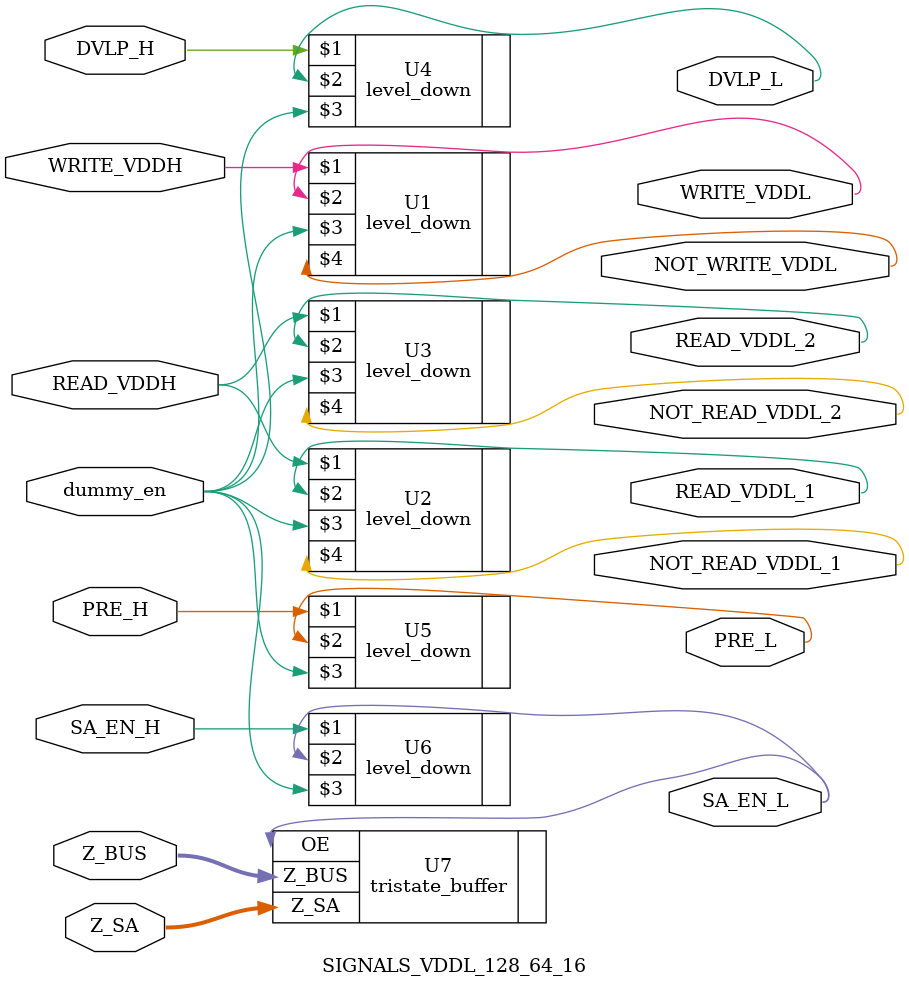
<source format=v>


`include "/ibe/users/da220/Cadence/WORK_TSMC180FORTE/DIGITAL/rtl/level_down/level_down.v"
`include "/ibe/users/da220/Cadence/WORK_TSMC180FORTE/DIGITAL/rtl/tristate_buffer/tristate_buffer.v"

// NAME MODIFIED //
module SIGNALS_VDDL_128_64_16(
// END MODIFY NAME //
WRITE_VDDH,
READ_VDDH,
DVLP_H,
PRE_H,
SA_EN_H,
dummy_en,
WRITE_VDDL,
NOT_WRITE_VDDL,
READ_VDDL_1,
NOT_READ_VDDL_1,
READ_VDDL_2,
NOT_READ_VDDL_2,
DVLP_L,
PRE_L,
Z_SA,
//Z_WR,
Z_BUS,
SA_EN_L,
);

// SKILL MODIFICATIONS //
parameter B_SIZE = 16;
// END OF SKILL MODIFICATION //

// Inputs
input	WRITE_VDDH;
input	READ_VDDH;
input	DVLP_H;
input	PRE_H;
input	SA_EN_H;
input	dummy_en;

// Input Ouput
inout	[B_SIZE-1:0] Z_SA;
//inout	[B_SIZE-1:0] Z_WR;
inout	[B_SIZE-1:0] Z_BUS;

// Outputs
output	WRITE_VDDL;
output	NOT_WRITE_VDDL;
output	READ_VDDL_1;
output	NOT_READ_VDDL_1;
output	READ_VDDL_2;
output	NOT_READ_VDDL_2;
output 	DVLP_L;
output	PRE_L;
output	SA_EN_L;

// Wires
wire	WRITE_VDDH;
wire	READ_VDDH;
wire	DVLP_H;
wire	PRE_H;
wire	SA_EN_H;
wire	dummy_en;
wire	WRITE_VDDL;
wire	NOT_WRITE_VDDL;
wire	READ_VDDL_1;
wire	NOT_READ_VDDL_1;
wire	READ_VDDL_2;
wire	NOT_READ_VDDL_2;
wire 	DVLP_L;
wire	PRE_L;
wire	SA_EN_L;
wire	[B_SIZE-1:0] Z_BUS;
wire	[B_SIZE-1:0] Z_SA;
//wire	[B_SIZE-1:0] Z_WR;



level_down U1(WRITE_VDDH, WRITE_VDDL, dummy_en, NOT_WRITE_VDDL);
level_down U2(READ_VDDH, READ_VDDL_1, dummy_en, NOT_READ_VDDL_1);
level_down U3(READ_VDDH, READ_VDDL_2, dummy_en, NOT_READ_VDDL_2);
level_down U4(DVLP_H, DVLP_L, dummy_en,);
level_down U5(PRE_H, PRE_L, dummy_en,);
level_down U6(SA_EN_H, SA_EN_L, dummy_en,);
tristate_buffer #(B_SIZE) U7(
.Z_SA	(Z_SA),
//.Z_WR	(Z_WR),
.Z_BUS	(Z_BUS),
.OE		(SA_EN_L)
);

endmodule
</source>
